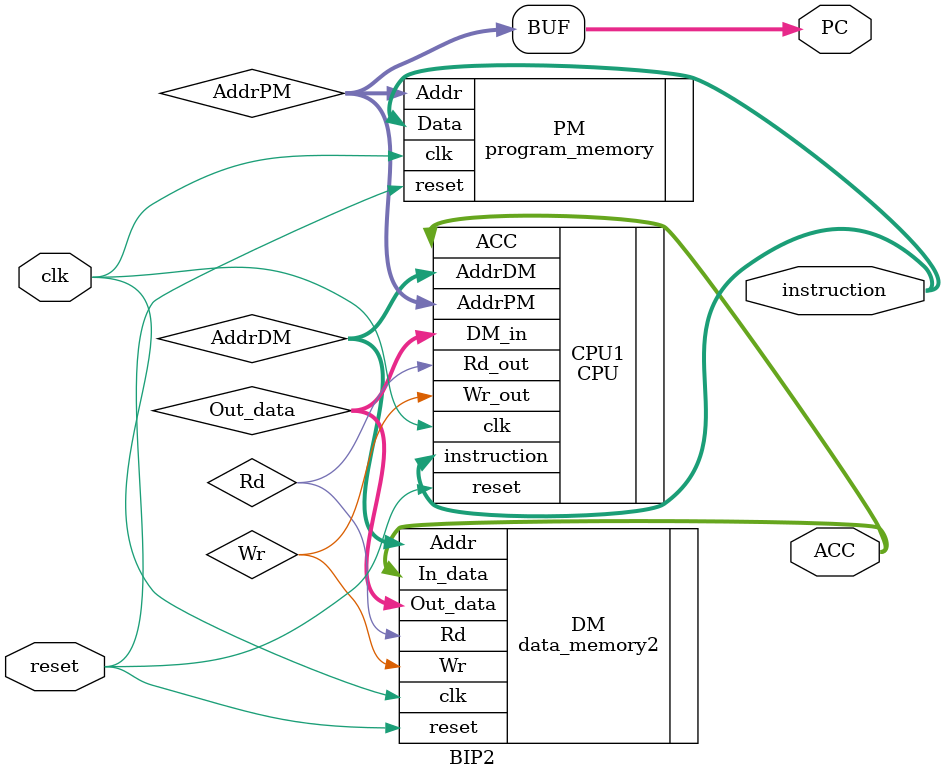
<source format=v>
`timescale 1ns / 1ps
module BIP2
(clk, reset, ACC, instruction, PC);
	
	// Entradas modulo
	input clk, reset;
	
	// Salidas modulo
	//output wire [15:0] result;
	
	// Variables internas
	wire Rd, Wr;
	output wire [15:0] instruction;
	wire [10:0] AddrPM, AddrDM;
	output wire [15:0] ACC;
	wire [15:0] Out_data;
	output wire [10:0] PC;
	
	
	
	// Instanciacion de PM
	program_memory PM(
		.clk(clk), 
		.reset(reset),
		.Addr(AddrPM),
		.Data(instruction)
	);
	
	
	// Instanciacion de DM
	data_memory2 DM(
		.clk(clk),
		.reset(reset),
		.Rd(Rd),
		.Wr(Wr),
		.Addr(AddrDM),
		.In_data(ACC),
		.Out_data(Out_data)
	);
	
	// Instanciacion de CPU
	CPU CPU1(
		.clk(clk),
		.reset(reset),
		.instruction(instruction),
		.DM_in(Out_data),
		.AddrPM(AddrPM),
		.AddrDM(AddrDM),
		.ACC(ACC),
		.Rd_out(Rd),
		.Wr_out(Wr)
	);
	
	assign PC = AddrPM;
	 
endmodule

</source>
